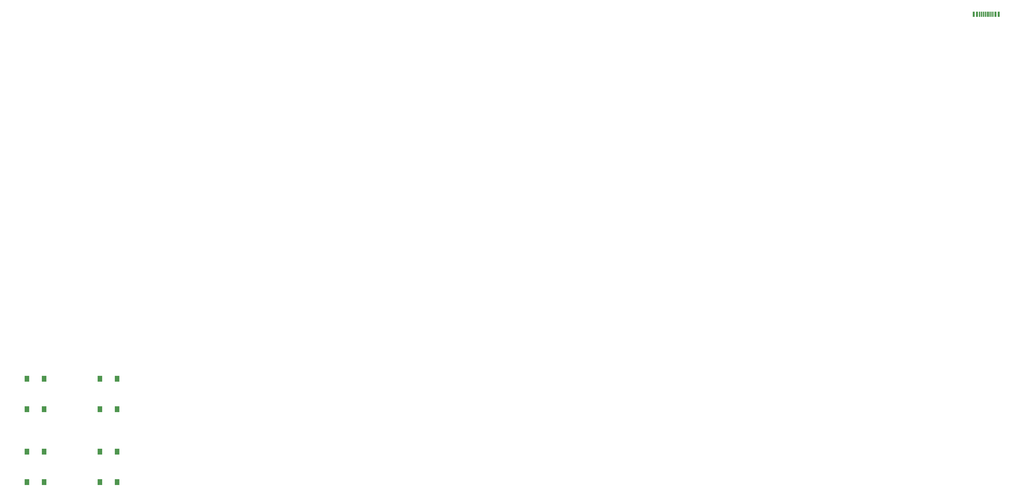
<source format=gbr>
%TF.GenerationSoftware,KiCad,Pcbnew,7.0.7*%
%TF.CreationDate,2023-10-31T22:36:57+07:00*%
%TF.ProjectId,Pixelette,50697865-6c65-4747-9465-2e6b69636164,rev?*%
%TF.SameCoordinates,Original*%
%TF.FileFunction,Paste,Top*%
%TF.FilePolarity,Positive*%
%FSLAX46Y46*%
G04 Gerber Fmt 4.6, Leading zero omitted, Abs format (unit mm)*
G04 Created by KiCad (PCBNEW 7.0.7) date 2023-10-31 22:36:57*
%MOMM*%
%LPD*%
G01*
G04 APERTURE LIST*
%ADD10R,1.300000X1.550000*%
%ADD11R,0.600000X1.450000*%
%ADD12R,0.300000X1.450000*%
G04 APERTURE END LIST*
D10*
%TO.C,SW63*%
X11775000Y-120737500D03*
X11775000Y-128687500D03*
X7275000Y-120737500D03*
X7275000Y-128687500D03*
%TD*%
%TO.C,SW64*%
X30825000Y-101687500D03*
X30825000Y-109637500D03*
X26325000Y-101687500D03*
X26325000Y-109637500D03*
%TD*%
%TO.C,SW89*%
X30825000Y-120737500D03*
X30825000Y-128687500D03*
X26325000Y-120737500D03*
X26325000Y-128687500D03*
%TD*%
%TO.C,SW33*%
X11775000Y-101687500D03*
X11775000Y-109637500D03*
X7275000Y-101687500D03*
X7275000Y-109637500D03*
%TD*%
D11*
%TO.C,J1*%
X260942500Y-6443750D03*
X260142500Y-6443750D03*
D12*
X258942500Y-6443750D03*
X257942500Y-6443750D03*
X257442500Y-6443750D03*
X256442500Y-6443750D03*
D11*
X255242500Y-6443750D03*
X254442500Y-6443750D03*
X254442500Y-6443750D03*
X255242500Y-6443750D03*
D12*
X255942500Y-6443750D03*
X256942500Y-6443750D03*
X258442500Y-6443750D03*
X259442500Y-6443750D03*
D11*
X260142500Y-6443750D03*
X260942500Y-6443750D03*
%TD*%
M02*

</source>
